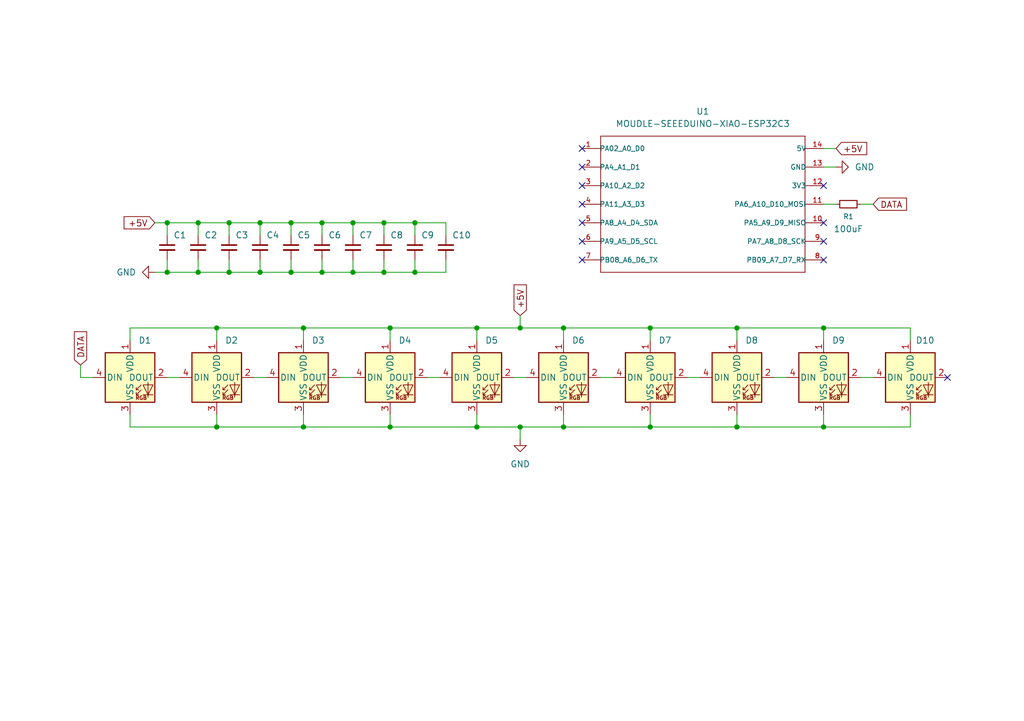
<source format=kicad_sch>
(kicad_sch (version 20250114) (generator "eeschema") (generator_version "9.0")
  (paper "A5")
  (title_block (title "Disturbance-Free Calling") (date "2025-07-16") (rev "0.2"))
  (lib_symbols
    (symbol "Device:C_Small" (pin_numbers (hide yes)) (pin_names (offset 0.254) (hide yes))
      (property "Reference" "C" (at 0.254 1.778 0))
      (property "Value" "C_Small" (at 0.254 -2.032 0))
      (symbol "C_Small_0_1"
        (polyline (pts (xy -1.524 0.508) (xy 1.524 0.508)) (stroke (width 0.3048)))
        (polyline (pts (xy -1.524 -0.508) (xy 1.524 -0.508)) (stroke (width 0.3302)))
      )
      (symbol "C_Small_1_1"
        (pin passive line (at 0 2.54 270) (length 2.032) (name "~") (number "1"))
        (pin passive line (at 0 -2.54 90) (length 2.032) (name "~") (number "2"))
      )
    )
    (symbol "LED:WS2812B" (pin_names (offset 0.254))
      (property "Reference" "D" (at 5.08 5.715 0))
      (property "Value" "WS2812B" (at 1.27 -5.715 0))
      (symbol "WS2812B_0_0"
        (text "RGB" (at 2.286 -4.191 0) (effects (font (size 0.762 0.762))))
      )
      (symbol "WS2812B_0_1"
        (polyline (pts (xy 1.27 -2.54) (xy 1.778 -2.54)))
        (polyline (pts (xy 1.27 -3.556) (xy 1.778 -3.556)))
        (polyline (pts (xy 2.286 -1.524) (xy 1.27 -2.54) (xy 1.27 -2.032)))
        (polyline (pts (xy 2.286 -2.54) (xy 1.27 -3.556) (xy 1.27 -3.048)))
        (polyline (pts (xy 3.683 -1.016) (xy 3.683 -3.556) (xy 3.683 -4.064)))
        (polyline (pts (xy 4.699 -1.524) (xy 2.667 -1.524) (xy 3.683 -3.556) (xy 4.699 -1.524)))
        (polyline (pts (xy 4.699 -3.556) (xy 2.667 -3.556)))
        (rectangle (start 5.08 5.08) (end -5.08 -5.08) (stroke (width 0.254)) (fill (type background)))
      )
      (symbol "WS2812B_1_1"
        (pin input line (at -7.62 0 0) (length 2.54) (name "DIN") (number "4"))
        (pin power_in line (at 0 7.62 270) (length 2.54) (name "VDD") (number "1"))
        (pin power_in line (at 0 -7.62 90) (length 2.54) (name "VSS") (number "3"))
        (pin output line (at 7.62 0 180) (length 2.54) (name "DOUT") (number "2"))
      )
    )
    (symbol "MOUDLE-SEEEDUINO-XIAO-ESP32C3:MOUDLE-SEEEDUINO-XIAO-ESP32C3" (pin_names (offset 1.016))
      (property "Reference" "U" (at -21.59 15.24 0))
      (property "Value" "MOUDLE-SEEEDUINO-XIAO-ESP32C3" (at -21.59 13.97 0))
      (symbol "MOUDLE-SEEEDUINO-XIAO-ESP32C3_0_0"
        (polyline (pts (xy -21.59 13.97) (xy 20.32 13.97)) (stroke (width 0.1524)))
        (polyline (pts (xy -21.59 11.43) (xy -22.86 11.43)) (stroke (width 0.1524)))
        (polyline (pts (xy -21.59 11.43) (xy -21.59 13.97)) (stroke (width 0.1524)))
        (polyline (pts (xy -21.59 7.62) (xy -22.86 7.62)) (stroke (width 0.1524)))
        (polyline (pts (xy -21.59 7.62) (xy -21.59 11.43)) (stroke (width 0.1524)))
        (polyline (pts (xy -21.59 3.81) (xy -22.86 3.81)) (stroke (width 0.1524)))
        (polyline (pts (xy -21.59 3.81) (xy -21.59 7.62)) (stroke (width 0.1524)))
        (polyline (pts (xy -21.59 0) (xy -22.86 0)) (stroke (width 0.1524)))
        (polyline (pts (xy -21.59 0) (xy -21.59 3.81)) (stroke (width 0.1524)))
        (polyline (pts (xy -21.59 -3.81) (xy -22.86 -3.81)) (stroke (width 0.1524)))
        (polyline (pts (xy -21.59 -7.62) (xy -22.86 -7.62)) (stroke (width 0.1524)))
        (polyline (pts (xy -21.59 -11.43) (xy -22.86 -11.43)) (stroke (width 0.1524)))
        (polyline (pts (xy -21.59 -13.97) (xy -21.59 0)) (stroke (width 0.1524)))
        (polyline (pts (xy 20.32 13.97) (xy 20.32 11.43)) (stroke (width 0.1524)))
        (polyline (pts (xy 20.32 11.43) (xy 20.32 7.62)) (stroke (width 0.1524)))
        (polyline (pts (xy 20.32 7.62) (xy 20.32 3.81)) (stroke (width 0.1524)))
        (polyline (pts (xy 20.32 3.81) (xy 20.32 -13.97)) (stroke (width 0.1524)))
        (polyline (pts (xy 20.32 -13.97) (xy -21.59 -13.97)) (stroke (width 0.1524)))
        (polyline (pts (xy 21.59 11.43) (xy 20.32 11.43)) (stroke (width 0.1524)))
        (polyline (pts (xy 21.59 7.62) (xy 20.32 7.62)) (stroke (width 0.1524)))
        (polyline (pts (xy 21.59 3.81) (xy 20.32 3.81)) (stroke (width 0.1524)))
        (polyline (pts (xy 21.59 0) (xy 20.32 0)) (stroke (width 0.1524)))
        (polyline (pts (xy 21.59 -3.81) (xy 20.32 -3.81)) (stroke (width 0.1524)))
        (polyline (pts (xy 21.59 -7.62) (xy 20.32 -7.62)) (stroke (width 0.1524)))
        (polyline (pts (xy 21.59 -11.43) (xy 20.32 -11.43)) (stroke (width 0.1524)))
        (pin bidirectional line (at -25.4 11.43 0) (length 2.54) (name "PA02_A0_D0") (number "1"))
        (pin bidirectional line (at -25.4 7.62 0) (length 2.54) (name "PA4_A1_D1") (number "2"))
        (pin bidirectional line (at -25.4 3.81 0) (length 2.54) (name "PA10_A2_D2") (number "3"))
        (pin bidirectional line (at -25.4 0 0) (length 2.54) (name "PA11_A3_D3") (number "4"))
        (pin bidirectional line (at -25.4 -3.81 0) (length 2.54) (name "PA8_A4_D4_SDA") (number "5"))
        (pin bidirectional line (at -25.4 -7.62 0) (length 2.54) (name "PA9_A5_D5_SCL") (number "6"))
        (pin bidirectional line (at -25.4 -11.43 0) (length 2.54) (name "PB08_A6_D6_TX") (number "7"))
        (pin bidirectional line (at 24.13 11.43 180) (length 2.54) (name "5V") (number "14"))
        (pin bidirectional line (at 24.13 7.62 180) (length 2.54) (name "GND") (number "13"))
        (pin bidirectional line (at 24.13 3.81 180) (length 2.54) (name "3V3") (number "12"))
        (pin bidirectional line (at 24.13 0 180) (length 2.54) (name "PA6_A10_D10_MOSI") (number "11"))
        (pin bidirectional line (at 24.13 -3.81 180) (length 2.54) (name "PA5_A9_D9_MISO") (number "10"))
        (pin bidirectional line (at 24.13 -7.62 180) (length 2.54) (name "PA7_A8_D8_SCK") (number "9"))
        (pin bidirectional line (at 24.13 -11.43 180) (length 2.54) (name "PB09_A7_D7_RX") (number "8"))
      )
    )
    (symbol "R_Small_1" (pin_numbers (hide yes)) (pin_names (offset 0.254) (hide yes))
      (property "Reference" "R" (at 0 0 90))
      (property "Value" "R_Small" (at 1.778 0 90))
      (symbol "R_Small_1_0_1"
        (rectangle (start -0.762 1.778) (end 0.762 -1.778) (stroke (width 0.2032)))
      )
      (symbol "R_Small_1_1_1"
        (pin passive line (at 0 2.54 270) (length 0.762) (name "~") (number "1"))
        (pin passive line (at 0 -2.54 90) (length 0.762) (name "~") (number "2"))
      )
    )
    (symbol "power:GND" (power) (pin_numbers (hide yes)) (pin_names (offset 0) (hide yes))
      (property "Value" "GND" (at 0 -3.81 0))
      (symbol "GND_0_1"
        (polyline (pts (xy 0 0) (xy 0 -1.27) (xy 1.27 -1.27) (xy 0 -2.54) (xy -1.27 -1.27) (xy 0 -1.27)))
      )
      (symbol "GND_1_1"
        (pin power_in line (at 0 0 270) (length 0) (name "~") (number "1"))
      )
    )
  )
  (junction (at 66.04 45.72))
  (junction (at 85.09 55.88))
  (junction (at 133.35 87.63))
  (junction (at 59.69 55.88))
  (junction (at 66.04 55.88))
  (junction (at 44.45 67.31))
  (junction (at 40.64 45.72))
  (junction (at 72.39 55.88))
  (junction (at 44.45 87.63))
  (junction (at 46.99 45.72))
  (junction (at 97.79 87.63))
  (junction (at 151.13 67.31))
  (junction (at 106.68 67.31))
  (junction (at 151.13 87.63))
  (junction (at 85.09 45.72))
  (junction (at 46.99 55.88))
  (junction (at 78.74 55.88))
  (junction (at 62.23 87.63))
  (junction (at 62.23 67.31))
  (junction (at 168.91 67.31))
  (junction (at 97.79 67.31))
  (junction (at 168.91 87.63))
  (junction (at 53.34 45.72))
  (junction (at 59.69 45.72))
  (junction (at 115.57 87.63))
  (junction (at 72.39 45.72))
  (junction (at 80.01 67.31))
  (junction (at 40.64 55.88))
  (junction (at 34.29 45.72))
  (junction (at 106.68 87.63))
  (junction (at 133.35 67.31))
  (junction (at 78.74 45.72))
  (junction (at 53.34 55.88))
  (junction (at 80.01 87.63))
  (junction (at 34.29 55.88))
  (junction (at 115.57 67.31))
  (no_connect (at 168.91 45.72))
  (no_connect (at 168.91 53.34))
  (no_connect (at 168.91 49.53))
  (no_connect (at 119.38 53.34))
  (no_connect (at 119.38 49.53))
  (no_connect (at 194.31 77.47))
  (no_connect (at 119.38 34.29))
  (no_connect (at 119.38 30.48))
  (no_connect (at 119.38 38.1))
  (no_connect (at 119.38 41.91))
  (no_connect (at 168.91 38.1))
  (no_connect (at 119.38 45.72))
  (wire (pts (xy 59.69 45.72) (xy 66.04 45.72)))
  (wire (pts (xy 53.34 45.72) (xy 59.69 45.72)))
  (wire (pts (xy 34.29 77.47) (xy 36.83 77.47)))
  (wire (pts (xy 186.69 69.85) (xy 186.69 67.31)))
  (wire (pts (xy 133.35 87.63) (xy 115.57 87.63)))
  (wire (pts (xy 66.04 55.88) (xy 72.39 55.88)))
  (wire (pts (xy 80.01 85.09) (xy 80.01 87.63)))
  (wire (pts (xy 158.75 77.47) (xy 161.29 77.47)))
  (wire (pts (xy 97.79 87.63) (xy 80.01 87.63)))
  (wire (pts (xy 85.09 45.72) (xy 91.44 45.72)))
  (wire (pts (xy 66.04 45.72) (xy 72.39 45.72)))
  (wire (pts (xy 72.39 48.26) (xy 72.39 45.72)))
  (wire (pts (xy 66.04 55.88) (xy 66.04 53.34)))
  (wire (pts (xy 151.13 67.31) (xy 151.13 69.85)))
  (wire (pts (xy 80.01 67.31) (xy 97.79 67.31)))
  (wire (pts (xy 34.29 48.26) (xy 34.29 45.72)))
  (wire (pts (xy 72.39 55.88) (xy 78.74 55.88)))
  (wire (pts (xy 133.35 67.31) (xy 115.57 67.31)))
  (wire (pts (xy 115.57 67.31) (xy 106.68 67.31)))
  (wire (pts (xy 176.53 77.47) (xy 179.07 77.47)))
  (wire (pts (xy 26.67 67.31) (xy 26.67 69.85)))
  (wire (pts (xy 46.99 48.26) (xy 46.99 45.72)))
  (wire (pts (xy 168.91 67.31) (xy 168.91 69.85)))
  (wire (pts (xy 106.68 64.77) (xy 106.68 67.31)))
  (wire (pts (xy 44.45 87.63) (xy 26.67 87.63)))
  (wire (pts (xy 78.74 45.72) (xy 85.09 45.72)))
  (wire (pts (xy 34.29 53.34) (xy 34.29 55.88)))
  (wire (pts (xy 80.01 67.31) (xy 80.01 69.85)))
  (wire (pts (xy 168.91 85.09) (xy 168.91 87.63)))
  (wire (pts (xy 16.51 77.47) (xy 19.05 77.47)))
  (wire (pts (xy 151.13 85.09) (xy 151.13 87.63)))
  (wire (pts (xy 62.23 87.63) (xy 44.45 87.63)))
  (wire (pts (xy 34.29 55.88) (xy 40.64 55.88)))
  (wire (pts (xy 72.39 55.88) (xy 72.39 53.34)))
  (wire (pts (xy 80.01 67.31) (xy 62.23 67.31)))
  (wire (pts (xy 31.75 55.88) (xy 34.29 55.88)))
  (wire (pts (xy 106.68 67.31) (xy 97.79 67.31)))
  (wire (pts (xy 168.91 41.91) (xy 171.45 41.91)))
  (wire (pts (xy 62.23 85.09) (xy 62.23 87.63)))
  (wire (pts (xy 91.44 55.88) (xy 91.44 53.34)))
  (wire (pts (xy 85.09 55.88) (xy 91.44 55.88)))
  (wire (pts (xy 62.23 67.31) (xy 44.45 67.31)))
  (wire (pts (xy 26.67 85.09) (xy 26.67 87.63)))
  (wire (pts (xy 186.69 87.63) (xy 168.91 87.63)))
  (wire (pts (xy 115.57 67.31) (xy 115.57 69.85)))
  (wire (pts (xy 53.34 55.88) (xy 53.34 53.34)))
  (wire (pts (xy 53.34 55.88) (xy 59.69 55.88)))
  (wire (pts (xy 151.13 87.63) (xy 133.35 87.63)))
  (wire (pts (xy 85.09 55.88) (xy 85.09 53.34)))
  (wire (pts (xy 91.44 45.72) (xy 91.44 48.26)))
  (wire (pts (xy 151.13 67.31) (xy 133.35 67.31)))
  (wire (pts (xy 44.45 67.31) (xy 44.45 69.85)))
  (wire (pts (xy 78.74 45.72) (xy 78.74 48.26)))
  (wire (pts (xy 46.99 55.88) (xy 53.34 55.88)))
  (wire (pts (xy 59.69 55.88) (xy 59.69 53.34)))
  (wire (pts (xy 52.07 77.47) (xy 54.61 77.47)))
  (wire (pts (xy 123.19 77.47) (xy 125.73 77.47)))
  (wire (pts (xy 186.69 85.09) (xy 186.69 87.63)))
  (wire (pts (xy 40.64 55.88) (xy 40.64 53.34)))
  (wire (pts (xy 59.69 48.26) (xy 59.69 45.72)))
  (wire (pts (xy 168.91 87.63) (xy 151.13 87.63)))
  (wire (pts (xy 106.68 87.63) (xy 106.68 90.17)))
  (wire (pts (xy 115.57 87.63) (xy 106.68 87.63)))
  (wire (pts (xy 34.29 45.72) (xy 40.64 45.72)))
  (wire (pts (xy 168.91 67.31) (xy 151.13 67.31)))
  (wire (pts (xy 44.45 67.31) (xy 26.67 67.31)))
  (wire (pts (xy 40.64 45.72) (xy 46.99 45.72)))
  (wire (pts (xy 53.34 45.72) (xy 53.34 48.26)))
  (wire (pts (xy 133.35 85.09) (xy 133.35 87.63)))
  (wire (pts (xy 72.39 45.72) (xy 78.74 45.72)))
  (wire (pts (xy 85.09 48.26) (xy 85.09 45.72)))
  (wire (pts (xy 46.99 45.72) (xy 53.34 45.72)))
  (wire (pts (xy 115.57 85.09) (xy 115.57 87.63)))
  (wire (pts (xy 78.74 55.88) (xy 78.74 53.34)))
  (wire (pts (xy 106.68 87.63) (xy 97.79 87.63)))
  (wire (pts (xy 62.23 67.31) (xy 62.23 69.85)))
  (wire (pts (xy 168.91 30.48) (xy 171.45 30.48)))
  (wire (pts (xy 186.69 67.31) (xy 168.91 67.31)))
  (wire (pts (xy 97.79 85.09) (xy 97.79 87.63)))
  (wire (pts (xy 40.64 55.88) (xy 46.99 55.88)))
  (wire (pts (xy 97.79 67.31) (xy 97.79 69.85)))
  (wire (pts (xy 31.75 45.72) (xy 34.29 45.72)))
  (wire (pts (xy 133.35 67.31) (xy 133.35 69.85)))
  (wire (pts (xy 80.01 87.63) (xy 62.23 87.63)))
  (wire (pts (xy 168.91 34.29) (xy 171.45 34.29)))
  (wire (pts (xy 140.97 77.47) (xy 143.51 77.47)))
  (wire (pts (xy 40.64 45.72) (xy 40.64 48.26)))
  (wire (pts (xy 66.04 45.72) (xy 66.04 48.26)))
  (wire (pts (xy 78.74 55.88) (xy 85.09 55.88)))
  (wire (pts (xy 105.41 77.47) (xy 107.95 77.47)))
  (wire (pts (xy 87.63 77.47) (xy 90.17 77.47)))
  (wire (pts (xy 69.85 77.47) (xy 72.39 77.47)))
  (wire (pts (xy 16.51 74.93) (xy 16.51 77.47)))
  (wire (pts (xy 59.69 55.88) (xy 66.04 55.88)))
  (wire (pts (xy 176.53 41.91) (xy 179.07 41.91)))
  (wire (pts (xy 46.99 55.88) (xy 46.99 53.34)))
  (wire (pts (xy 44.45 85.09) (xy 44.45 87.63)))
  (global_label "+5V" (shape input) (at 31.75 45.72 180) (property "Intersheetrefs" "${INTERSHEET_REFS}" (effects (hide yes))))
  (global_label "DATA" (shape input) (at 179.07 41.91 0) (property "Intersheetrefs" "${INTERSHEET_REFS}" (effects (hide yes))))
  (global_label "+5V" (shape input) (at 106.68 64.77 90) (property "Intersheetrefs" "${INTERSHEET_REFS}" (effects (hide yes))))
  (global_label "+5V" (shape input) (at 171.45 30.48 0) (property "Intersheetrefs" "${INTERSHEET_REFS}" (effects (hide yes))))
  (global_label "DATA" (shape input) (at 16.51 74.93 90) (property "Intersheetrefs" "${INTERSHEET_REFS}" (effects (hide yes))))
  (symbol (lib_id "power:GND") (at 171.45 34.29 90) (unit 1)
    (property "Reference" "#PWR01" (effects (hide yes)))
    (property "Value" "GND" (at 175.26 34.2899 90) (effects (justify right)))
    (property "Description" "Power symbol creates a global label with name \"GND\" , ground" (effects (hide yes)))
  )
  (symbol (lib_id "Device:C_Small") (at 40.64 50.8 0) (unit 1)
    (property "Reference" "C2" (at 41.91 48.26 0) (effects (justify left)))
    (property "Value" "100nF" (effects (hide yes)))
    (property "Footprint" "Capacitor_SMD:C_0805_2012Metric" (effects (hide yes)))
    (property "Description" "Unpolarized capacitor, small symbol" (effects (hide yes)))
  )
  (symbol (lib_id "LED:WS2812B") (at 133.35 77.47 0) (unit 1)
    (property "Reference" "D7" (at 136.398 69.85 0))
    (property "Value" "WS2812B" (effects (hide yes)))
    (property "Footprint" "LED_SMD:LED_WS2812B_PLCC4_5.0x5.0mm_P3.2mm" (effects (hide yes)))
    (property "Datasheet" "https://cdn-shop.adafruit.com/datasheets/WS2812B.pdf" (effects (hide yes)))
    (property "Description" "RGB LED with integrated controller" (effects (hide yes)))
  )
  (symbol (lib_id "power:GND") (at 31.75 55.88 270) (unit 1)
    (property "Reference" "#PWR04" (effects (hide yes)))
    (property "Value" "GND" (at 27.94 55.8799 90) (effects (justify right)))
    (property "Description" "Power symbol creates a global label with name \"GND\" , ground" (effects (hide yes)))
  )
  (symbol (lib_id "LED:WS2812B") (at 97.79 77.47 0) (unit 1)
    (property "Reference" "D5" (at 100.838 69.85 0))
    (property "Value" "WS2812B" (effects (hide yes)))
    (property "Footprint" "LED_SMD:LED_WS2812B_PLCC4_5.0x5.0mm_P3.2mm" (effects (hide yes)))
    (property "Datasheet" "https://cdn-shop.adafruit.com/datasheets/WS2812B.pdf" (effects (hide yes)))
    (property "Description" "RGB LED with integrated controller" (effects (hide yes)))
  )
  (symbol (lib_id "LED:WS2812B") (at 44.45 77.47 0) (unit 1)
    (property "Reference" "D2" (at 47.498 69.85 0))
    (property "Value" "WS2812B" (effects (hide yes)))
    (property "Footprint" "LED_SMD:LED_WS2812B_PLCC4_5.0x5.0mm_P3.2mm" (effects (hide yes)))
    (property "Datasheet" "https://cdn-shop.adafruit.com/datasheets/WS2812B.pdf" (effects (hide yes)))
    (property "Description" "RGB LED with integrated controller" (effects (hide yes)))
  )
  (symbol (lib_id "LED:WS2812B") (at 80.01 77.47 0) (unit 1)
    (property "Reference" "D4" (at 83.058 69.85 0))
    (property "Value" "WS2812B" (effects (hide yes)))
    (property "Footprint" "LED_SMD:LED_WS2812B_PLCC4_5.0x5.0mm_P3.2mm" (effects (hide yes)))
    (property "Datasheet" "https://cdn-shop.adafruit.com/datasheets/WS2812B.pdf" (effects (hide yes)))
    (property "Description" "RGB LED with integrated controller" (effects (hide yes)))
  )
  (symbol (lib_id "power:GND") (at 106.68 90.17 0) (unit 1)
    (property "Reference" "#PWR02" (effects (hide yes)))
    (property "Value" "GND" (at 106.68 95.25 0))
    (property "Description" "Power symbol creates a global label with name \"GND\" , ground" (effects (hide yes)))
  )
  (symbol (lib_id "Device:C_Small") (at 34.29 50.8 0) (unit 1)
    (property "Reference" "C1" (at 35.56 48.26 0) (effects (justify left)))
    (property "Value" "100nF" (effects (hide yes)))
    (property "Footprint" "Capacitor_SMD:C_0805_2012Metric" (effects (hide yes)))
    (property "Description" "Unpolarized capacitor, small symbol" (effects (hide yes)))
  )
  (symbol (lib_id "Device:C_Small") (at 46.99 50.8 0) (unit 1)
    (property "Reference" "C3" (at 48.26 48.26 0) (effects (justify left)))
    (property "Value" "100nF" (effects (hide yes)))
    (property "Footprint" "Capacitor_SMD:C_0805_2012Metric" (effects (hide yes)))
    (property "Description" "Unpolarized capacitor, small symbol" (effects (hide yes)))
  )
  (symbol (lib_id "Device:C_Small") (at 72.39 50.8 0) (unit 1)
    (property "Reference" "C7" (at 73.66 48.26 0) (effects (justify left)))
    (property "Value" "100nF" (effects (hide yes)))
    (property "Footprint" "Capacitor_SMD:C_0805_2012Metric" (effects (hide yes)))
    (property "Description" "Unpolarized capacitor, small symbol" (effects (hide yes)))
  )
  (symbol (lib_id "LED:WS2812B") (at 186.69 77.47 0) (unit 1)
    (property "Reference" "D10" (at 189.738 69.85 0))
    (property "Value" "WS2812B" (effects (hide yes)))
    (property "Footprint" "LED_SMD:LED_WS2812B_PLCC4_5.0x5.0mm_P3.2mm" (effects (hide yes)))
    (property "Datasheet" "https://cdn-shop.adafruit.com/datasheets/WS2812B.pdf" (effects (hide yes)))
    (property "Description" "RGB LED with integrated controller" (effects (hide yes)))
  )
  (symbol (lib_id "Device:C_Small") (at 91.44 50.8 0) (unit 1)
    (property "Reference" "C10" (at 92.71 48.26 0) (effects (justify left)))
    (property "Value" "100nF" (effects (hide yes)))
    (property "Footprint" "Capacitor_SMD:C_0805_2012Metric" (effects (hide yes)))
    (property "Description" "Unpolarized capacitor, small symbol" (effects (hide yes)))
  )
  (symbol (lib_id "LED:WS2812B") (at 151.13 77.47 0) (unit 1)
    (property "Reference" "D8" (at 154.178 69.85 0))
    (property "Value" "WS2812B" (effects (hide yes)))
    (property "Footprint" "LED_SMD:LED_WS2812B_PLCC4_5.0x5.0mm_P3.2mm" (effects (hide yes)))
    (property "Datasheet" "https://cdn-shop.adafruit.com/datasheets/WS2812B.pdf" (effects (hide yes)))
    (property "Description" "RGB LED with integrated controller" (effects (hide yes)))
  )
  (symbol (lib_id "LED:WS2812B") (at 62.23 77.47 0) (unit 1)
    (property "Reference" "D3" (at 65.278 69.85 0))
    (property "Value" "WS2812B" (effects (hide yes)))
    (property "Footprint" "LED_SMD:LED_WS2812B_PLCC4_5.0x5.0mm_P3.2mm" (effects (hide yes)))
    (property "Datasheet" "https://cdn-shop.adafruit.com/datasheets/WS2812B.pdf" (effects (hide yes)))
    (property "Description" "RGB LED with integrated controller" (effects (hide yes)))
  )
  (symbol (lib_id "LED:WS2812B") (at 115.57 77.47 0) (unit 1)
    (property "Reference" "D6" (at 118.618 69.85 0))
    (property "Value" "WS2812B" (effects (hide yes)))
    (property "Footprint" "LED_SMD:LED_WS2812B_PLCC4_5.0x5.0mm_P3.2mm" (effects (hide yes)))
    (property "Datasheet" "https://cdn-shop.adafruit.com/datasheets/WS2812B.pdf" (effects (hide yes)))
    (property "Description" "RGB LED with integrated controller" (effects (hide yes)))
  )
  (symbol (lib_id "Device:C_Small") (at 53.34 50.8 0) (unit 1)
    (property "Reference" "C4" (at 54.61 48.26 0) (effects (justify left)))
    (property "Value" "100nF" (effects (hide yes)))
    (property "Footprint" "Capacitor_SMD:C_0805_2012Metric" (effects (hide yes)))
    (property "Description" "Unpolarized capacitor, small symbol" (effects (hide yes)))
  )
  (symbol (lib_id "Device:C_Small") (at 66.04 50.8 0) (unit 1)
    (property "Reference" "C6" (at 67.31 48.26 0) (effects (justify left)))
    (property "Value" "100nF" (effects (hide yes)))
    (property "Footprint" "Capacitor_SMD:C_0805_2012Metric" (effects (hide yes)))
    (property "Description" "Unpolarized capacitor, small symbol" (effects (hide yes)))
  )
  (symbol (lib_id "Device:C_Small") (at 78.74 50.8 0) (unit 1)
    (property "Reference" "C8" (at 80.01 48.26 0) (effects (justify left)))
    (property "Value" "100nF" (effects (hide yes)))
    (property "Footprint" "Capacitor_SMD:C_0805_2012Metric" (effects (hide yes)))
    (property "Description" "Unpolarized capacitor, small symbol" (effects (hide yes)))
  )
  (symbol (lib_id "Device:C_Small") (at 59.69 50.8 0) (unit 1)
    (property "Reference" "C5" (at 60.96 48.26 0) (effects (justify left)))
    (property "Value" "100nF" (effects (hide yes)))
    (property "Footprint" "Capacitor_SMD:C_0805_2012Metric" (effects (hide yes)))
    (property "Description" "Unpolarized capacitor, small symbol" (effects (hide yes)))
  )
  (symbol (lib_name "R_Small_1") (lib_id "Device:R_Small") (at 173.99 41.91 90) (unit 1)
    (property "Reference" "R1" (at 173.99 44.45 90) (effects (font (size 1.016 1.016))))
    (property "Value" "100uF" (at 173.99 46.99 90))
    (property "Footprint" "Resistor_SMD:R_0805_2012Metric" (effects (hide yes)))
    (property "Description" "Resistor, small symbol" (effects (hide yes)))
  )
  (symbol (lib_id "MOUDLE-SEEEDUINO-XIAO-ESP32C3:MOUDLE-SEEEDUINO-XIAO-ESP32C3") (at 144.78 41.91 0) (unit 1)
    (property "Reference" "U1" (at 144.145 22.86 0))
    (property "Value" "MOUDLE-SEEEDUINO-XIAO-ESP32C3" (at 144.145 25.4 0))
    (property "Footprint" "MOUDLE-SEEEDUINO-XIAO-ESP32C3:MOUDLE14P-SMD-2.54-21X17.8MM" (effects (hide yes)))
  )
  (symbol (lib_id "LED:WS2812B") (at 168.91 77.47 0) (unit 1)
    (property "Reference" "D9" (at 171.958 69.85 0))
    (property "Value" "WS2812B" (effects (hide yes)))
    (property "Footprint" "LED_SMD:LED_WS2812B_PLCC4_5.0x5.0mm_P3.2mm" (effects (hide yes)))
    (property "Datasheet" "https://cdn-shop.adafruit.com/datasheets/WS2812B.pdf" (effects (hide yes)))
    (property "Description" "RGB LED with integrated controller" (effects (hide yes)))
  )
  (symbol (lib_id "Device:C_Small") (at 85.09 50.8 0) (unit 1)
    (property "Reference" "C9" (at 86.36 48.26 0) (effects (justify left)))
    (property "Value" "100nF" (effects (hide yes)))
    (property "Footprint" "Capacitor_SMD:C_0805_2012Metric" (effects (hide yes)))
    (property "Description" "Unpolarized capacitor, small symbol" (effects (hide yes)))
  )
  (symbol (lib_id "LED:WS2812B") (at 26.67 77.47 0) (unit 1)
    (property "Reference" "D1" (at 29.718 69.85 0))
    (property "Value" "WS2812B" (effects (hide yes)))
    (property "Footprint" "LED_SMD:LED_WS2812B_PLCC4_5.0x5.0mm_P3.2mm" (effects (hide yes)))
    (property "Datasheet" "https://cdn-shop.adafruit.com/datasheets/WS2812B.pdf" (effects (hide yes)))
    (property "Description" "RGB LED with integrated controller" (effects (hide yes)))
  )
)
</source>
